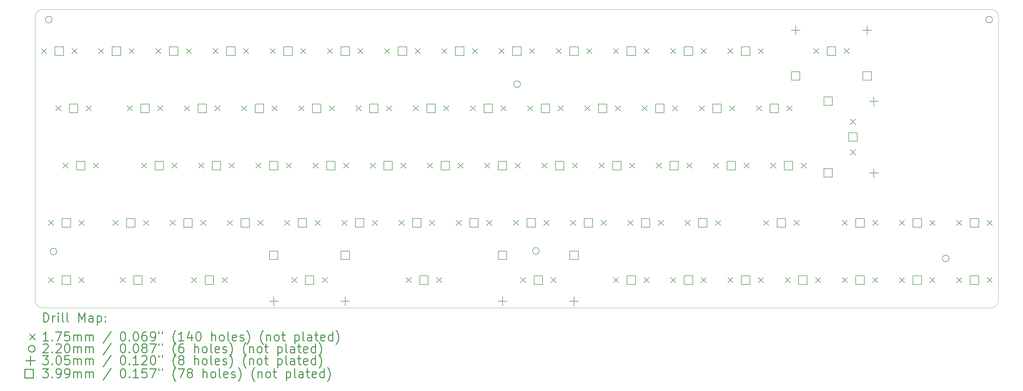
<source format=gbr>
%FSLAX45Y45*%
G04 Gerber Fmt 4.5, Leading zero omitted, Abs format (unit mm)*
G04 Created by KiCad (PCBNEW (5.1.9)-1) date 2021-05-27 03:15:53*
%MOMM*%
%LPD*%
G01*
G04 APERTURE LIST*
%TA.AperFunction,Profile*%
%ADD10C,0.100000*%
%TD*%
%ADD11C,0.200000*%
%ADD12C,0.300000*%
G04 APERTURE END LIST*
D10*
X6700000Y-19695000D02*
X38280000Y-19695000D01*
X38280000Y-9765000D02*
X6700000Y-9765000D01*
X38280000Y-9765000D02*
G75*
G02*
X38530000Y-10015000I0J-250000D01*
G01*
X6450000Y-19445000D02*
X6450000Y-10015000D01*
X6700000Y-19695000D02*
G75*
G02*
X6450000Y-19445000I0J250000D01*
G01*
X38530000Y-19445000D02*
G75*
G02*
X38280000Y-19695000I-250000J0D01*
G01*
X6450000Y-10015000D02*
G75*
G02*
X6700000Y-9765000I250000J0D01*
G01*
X38530000Y-19445000D02*
X38530000Y-10015000D01*
D11*
X6655420Y-11063412D02*
X6830420Y-11238412D01*
X6830420Y-11063412D02*
X6655420Y-11238412D01*
X6893545Y-16778412D02*
X7068545Y-16953412D01*
X7068545Y-16778412D02*
X6893545Y-16953412D01*
X6893545Y-18683412D02*
X7068545Y-18858412D01*
X7068545Y-18683412D02*
X6893545Y-18858412D01*
X7131670Y-12968412D02*
X7306670Y-13143412D01*
X7306670Y-12968412D02*
X7131670Y-13143412D01*
X7372920Y-14873412D02*
X7547920Y-15048412D01*
X7547920Y-14873412D02*
X7372920Y-15048412D01*
X7671420Y-11063412D02*
X7846420Y-11238412D01*
X7846420Y-11063412D02*
X7671420Y-11238412D01*
X7909545Y-16778412D02*
X8084545Y-16953412D01*
X8084545Y-16778412D02*
X7909545Y-16953412D01*
X7909545Y-18683412D02*
X8084545Y-18858412D01*
X8084545Y-18683412D02*
X7909545Y-18858412D01*
X8147670Y-12968412D02*
X8322670Y-13143412D01*
X8322670Y-12968412D02*
X8147670Y-13143412D01*
X8388920Y-14873412D02*
X8563920Y-15048412D01*
X8563920Y-14873412D02*
X8388920Y-15048412D01*
X8560420Y-11063412D02*
X8735420Y-11238412D01*
X8735420Y-11063412D02*
X8560420Y-11238412D01*
X9036670Y-16778412D02*
X9211670Y-16953412D01*
X9211670Y-16778412D02*
X9036670Y-16953412D01*
X9274795Y-18683412D02*
X9449795Y-18858412D01*
X9449795Y-18683412D02*
X9274795Y-18858412D01*
X9512920Y-12968412D02*
X9687920Y-13143412D01*
X9687920Y-12968412D02*
X9512920Y-13143412D01*
X9576420Y-11063412D02*
X9751420Y-11238412D01*
X9751420Y-11063412D02*
X9576420Y-11238412D01*
X9989170Y-14873412D02*
X10164170Y-15048412D01*
X10164170Y-14873412D02*
X9989170Y-15048412D01*
X10052670Y-16778412D02*
X10227670Y-16953412D01*
X10227670Y-16778412D02*
X10052670Y-16953412D01*
X10290795Y-18683412D02*
X10465795Y-18858412D01*
X10465795Y-18683412D02*
X10290795Y-18858412D01*
X10465420Y-11063412D02*
X10640420Y-11238412D01*
X10640420Y-11063412D02*
X10465420Y-11238412D01*
X10528920Y-12968412D02*
X10703920Y-13143412D01*
X10703920Y-12968412D02*
X10528920Y-13143412D01*
X10941670Y-16778412D02*
X11116670Y-16953412D01*
X11116670Y-16778412D02*
X10941670Y-16953412D01*
X11005170Y-14873412D02*
X11180170Y-15048412D01*
X11180170Y-14873412D02*
X11005170Y-15048412D01*
X11417920Y-12968412D02*
X11592920Y-13143412D01*
X11592920Y-12968412D02*
X11417920Y-13143412D01*
X11481420Y-11063412D02*
X11656420Y-11238412D01*
X11656420Y-11063412D02*
X11481420Y-11238412D01*
X11656045Y-18683412D02*
X11831045Y-18858412D01*
X11831045Y-18683412D02*
X11656045Y-18858412D01*
X11894170Y-14873412D02*
X12069170Y-15048412D01*
X12069170Y-14873412D02*
X11894170Y-15048412D01*
X11957670Y-16778412D02*
X12132670Y-16953412D01*
X12132670Y-16778412D02*
X11957670Y-16953412D01*
X12370420Y-11063412D02*
X12545420Y-11238412D01*
X12545420Y-11063412D02*
X12370420Y-11238412D01*
X12433920Y-12968412D02*
X12608920Y-13143412D01*
X12608920Y-12968412D02*
X12433920Y-13143412D01*
X12672045Y-18683412D02*
X12847045Y-18858412D01*
X12847045Y-18683412D02*
X12672045Y-18858412D01*
X12846670Y-16778412D02*
X13021670Y-16953412D01*
X13021670Y-16778412D02*
X12846670Y-16953412D01*
X12910170Y-14873412D02*
X13085170Y-15048412D01*
X13085170Y-14873412D02*
X12910170Y-15048412D01*
X13322920Y-12968412D02*
X13497920Y-13143412D01*
X13497920Y-12968412D02*
X13322920Y-13143412D01*
X13386420Y-11063412D02*
X13561420Y-11238412D01*
X13561420Y-11063412D02*
X13386420Y-11238412D01*
X13799170Y-14873412D02*
X13974170Y-15048412D01*
X13974170Y-14873412D02*
X13799170Y-15048412D01*
X13862670Y-16778412D02*
X14037670Y-16953412D01*
X14037670Y-16778412D02*
X13862670Y-16953412D01*
X14275420Y-11063412D02*
X14450420Y-11238412D01*
X14450420Y-11063412D02*
X14275420Y-11238412D01*
X14338920Y-12968412D02*
X14513920Y-13143412D01*
X14513920Y-12968412D02*
X14338920Y-13143412D01*
X14751670Y-16778412D02*
X14926670Y-16953412D01*
X14926670Y-16778412D02*
X14751670Y-16953412D01*
X14815170Y-14873412D02*
X14990170Y-15048412D01*
X14990170Y-14873412D02*
X14815170Y-15048412D01*
X14989795Y-18683412D02*
X15164795Y-18858412D01*
X15164795Y-18683412D02*
X14989795Y-18858412D01*
X15227920Y-12968412D02*
X15402920Y-13143412D01*
X15402920Y-12968412D02*
X15227920Y-13143412D01*
X15291420Y-11063412D02*
X15466420Y-11238412D01*
X15466420Y-11063412D02*
X15291420Y-11238412D01*
X15704170Y-14873412D02*
X15879170Y-15048412D01*
X15879170Y-14873412D02*
X15704170Y-15048412D01*
X15767670Y-16778412D02*
X15942670Y-16953412D01*
X15942670Y-16778412D02*
X15767670Y-16953412D01*
X16005795Y-18683412D02*
X16180795Y-18858412D01*
X16180795Y-18683412D02*
X16005795Y-18858412D01*
X16180420Y-11063412D02*
X16355420Y-11238412D01*
X16355420Y-11063412D02*
X16180420Y-11238412D01*
X16243920Y-12968412D02*
X16418920Y-13143412D01*
X16418920Y-12968412D02*
X16243920Y-13143412D01*
X16656670Y-16778412D02*
X16831670Y-16953412D01*
X16831670Y-16778412D02*
X16656670Y-16953412D01*
X16720170Y-14873412D02*
X16895170Y-15048412D01*
X16895170Y-14873412D02*
X16720170Y-15048412D01*
X17132920Y-12968412D02*
X17307920Y-13143412D01*
X17307920Y-12968412D02*
X17132920Y-13143412D01*
X17196420Y-11063412D02*
X17371420Y-11238412D01*
X17371420Y-11063412D02*
X17196420Y-11238412D01*
X17609170Y-14873412D02*
X17784170Y-15048412D01*
X17784170Y-14873412D02*
X17609170Y-15048412D01*
X17672670Y-16778412D02*
X17847670Y-16953412D01*
X17847670Y-16778412D02*
X17672670Y-16953412D01*
X18085420Y-11063412D02*
X18260420Y-11238412D01*
X18260420Y-11063412D02*
X18085420Y-11238412D01*
X18148920Y-12968412D02*
X18323920Y-13143412D01*
X18323920Y-12968412D02*
X18148920Y-13143412D01*
X18561670Y-16778412D02*
X18736670Y-16953412D01*
X18736670Y-16778412D02*
X18561670Y-16953412D01*
X18625170Y-14873412D02*
X18800170Y-15048412D01*
X18800170Y-14873412D02*
X18625170Y-15048412D01*
X18799795Y-18683412D02*
X18974795Y-18858412D01*
X18974795Y-18683412D02*
X18799795Y-18858412D01*
X19037920Y-12968412D02*
X19212920Y-13143412D01*
X19212920Y-12968412D02*
X19037920Y-13143412D01*
X19101420Y-11063412D02*
X19276420Y-11238412D01*
X19276420Y-11063412D02*
X19101420Y-11238412D01*
X19514170Y-14873412D02*
X19689170Y-15048412D01*
X19689170Y-14873412D02*
X19514170Y-15048412D01*
X19577670Y-16778412D02*
X19752670Y-16953412D01*
X19752670Y-16778412D02*
X19577670Y-16953412D01*
X19815795Y-18683412D02*
X19990795Y-18858412D01*
X19990795Y-18683412D02*
X19815795Y-18858412D01*
X19990420Y-11063412D02*
X20165420Y-11238412D01*
X20165420Y-11063412D02*
X19990420Y-11238412D01*
X20053920Y-12968412D02*
X20228920Y-13143412D01*
X20228920Y-12968412D02*
X20053920Y-13143412D01*
X20466670Y-16778412D02*
X20641670Y-16953412D01*
X20641670Y-16778412D02*
X20466670Y-16953412D01*
X20530170Y-14873412D02*
X20705170Y-15048412D01*
X20705170Y-14873412D02*
X20530170Y-15048412D01*
X20942920Y-12968412D02*
X21117920Y-13143412D01*
X21117920Y-12968412D02*
X20942920Y-13143412D01*
X21006420Y-11063412D02*
X21181420Y-11238412D01*
X21181420Y-11063412D02*
X21006420Y-11238412D01*
X21419170Y-14873412D02*
X21594170Y-15048412D01*
X21594170Y-14873412D02*
X21419170Y-15048412D01*
X21482670Y-16778412D02*
X21657670Y-16953412D01*
X21657670Y-16778412D02*
X21482670Y-16953412D01*
X21895420Y-11063412D02*
X22070420Y-11238412D01*
X22070420Y-11063412D02*
X21895420Y-11238412D01*
X21958920Y-12968412D02*
X22133920Y-13143412D01*
X22133920Y-12968412D02*
X21958920Y-13143412D01*
X22371670Y-16778412D02*
X22546670Y-16953412D01*
X22546670Y-16778412D02*
X22371670Y-16953412D01*
X22435170Y-14873412D02*
X22610170Y-15048412D01*
X22610170Y-14873412D02*
X22435170Y-15048412D01*
X22609795Y-18683412D02*
X22784795Y-18858412D01*
X22784795Y-18683412D02*
X22609795Y-18858412D01*
X22847920Y-12968412D02*
X23022920Y-13143412D01*
X23022920Y-12968412D02*
X22847920Y-13143412D01*
X22911420Y-11063412D02*
X23086420Y-11238412D01*
X23086420Y-11063412D02*
X22911420Y-11238412D01*
X23324170Y-14873412D02*
X23499170Y-15048412D01*
X23499170Y-14873412D02*
X23324170Y-15048412D01*
X23387670Y-16778412D02*
X23562670Y-16953412D01*
X23562670Y-16778412D02*
X23387670Y-16953412D01*
X23625795Y-18683412D02*
X23800795Y-18858412D01*
X23800795Y-18683412D02*
X23625795Y-18858412D01*
X23800420Y-11063412D02*
X23975420Y-11238412D01*
X23975420Y-11063412D02*
X23800420Y-11238412D01*
X23863920Y-12968412D02*
X24038920Y-13143412D01*
X24038920Y-12968412D02*
X23863920Y-13143412D01*
X24276670Y-16778412D02*
X24451670Y-16953412D01*
X24451670Y-16778412D02*
X24276670Y-16953412D01*
X24340170Y-14873412D02*
X24515170Y-15048412D01*
X24515170Y-14873412D02*
X24340170Y-15048412D01*
X24752920Y-12968412D02*
X24927920Y-13143412D01*
X24927920Y-12968412D02*
X24752920Y-13143412D01*
X24816420Y-11063412D02*
X24991420Y-11238412D01*
X24991420Y-11063412D02*
X24816420Y-11238412D01*
X25229170Y-14873412D02*
X25404170Y-15048412D01*
X25404170Y-14873412D02*
X25229170Y-15048412D01*
X25292670Y-16778412D02*
X25467670Y-16953412D01*
X25467670Y-16778412D02*
X25292670Y-16953412D01*
X25705420Y-11063412D02*
X25880420Y-11238412D01*
X25880420Y-11063412D02*
X25705420Y-11238412D01*
X25705420Y-18683412D02*
X25880420Y-18858412D01*
X25880420Y-18683412D02*
X25705420Y-18858412D01*
X25768920Y-12968412D02*
X25943920Y-13143412D01*
X25943920Y-12968412D02*
X25768920Y-13143412D01*
X26181670Y-16778412D02*
X26356670Y-16953412D01*
X26356670Y-16778412D02*
X26181670Y-16953412D01*
X26245170Y-14873412D02*
X26420170Y-15048412D01*
X26420170Y-14873412D02*
X26245170Y-15048412D01*
X26657920Y-12968412D02*
X26832920Y-13143412D01*
X26832920Y-12968412D02*
X26657920Y-13143412D01*
X26721420Y-11063412D02*
X26896420Y-11238412D01*
X26896420Y-11063412D02*
X26721420Y-11238412D01*
X26721420Y-18683412D02*
X26896420Y-18858412D01*
X26896420Y-18683412D02*
X26721420Y-18858412D01*
X27134170Y-14873412D02*
X27309170Y-15048412D01*
X27309170Y-14873412D02*
X27134170Y-15048412D01*
X27197670Y-16778412D02*
X27372670Y-16953412D01*
X27372670Y-16778412D02*
X27197670Y-16953412D01*
X27610420Y-11063412D02*
X27785420Y-11238412D01*
X27785420Y-11063412D02*
X27610420Y-11238412D01*
X27610420Y-18683412D02*
X27785420Y-18858412D01*
X27785420Y-18683412D02*
X27610420Y-18858412D01*
X27673920Y-12968412D02*
X27848920Y-13143412D01*
X27848920Y-12968412D02*
X27673920Y-13143412D01*
X28086670Y-16778412D02*
X28261670Y-16953412D01*
X28261670Y-16778412D02*
X28086670Y-16953412D01*
X28150170Y-14873412D02*
X28325170Y-15048412D01*
X28325170Y-14873412D02*
X28150170Y-15048412D01*
X28562920Y-12968412D02*
X28737920Y-13143412D01*
X28737920Y-12968412D02*
X28562920Y-13143412D01*
X28626420Y-11063412D02*
X28801420Y-11238412D01*
X28801420Y-11063412D02*
X28626420Y-11238412D01*
X28626420Y-18683412D02*
X28801420Y-18858412D01*
X28801420Y-18683412D02*
X28626420Y-18858412D01*
X29039170Y-14873412D02*
X29214170Y-15048412D01*
X29214170Y-14873412D02*
X29039170Y-15048412D01*
X29102670Y-16778412D02*
X29277670Y-16953412D01*
X29277670Y-16778412D02*
X29102670Y-16953412D01*
X29515420Y-11063412D02*
X29690420Y-11238412D01*
X29690420Y-11063412D02*
X29515420Y-11238412D01*
X29515420Y-18683412D02*
X29690420Y-18858412D01*
X29690420Y-18683412D02*
X29515420Y-18858412D01*
X29578920Y-12968412D02*
X29753920Y-13143412D01*
X29753920Y-12968412D02*
X29578920Y-13143412D01*
X30055170Y-14873412D02*
X30230170Y-15048412D01*
X30230170Y-14873412D02*
X30055170Y-15048412D01*
X30467920Y-12968412D02*
X30642920Y-13143412D01*
X30642920Y-12968412D02*
X30467920Y-13143412D01*
X30531420Y-11063412D02*
X30706420Y-11238412D01*
X30706420Y-11063412D02*
X30531420Y-11238412D01*
X30531420Y-18683412D02*
X30706420Y-18858412D01*
X30706420Y-18683412D02*
X30531420Y-18858412D01*
X30707920Y-16778412D02*
X30882920Y-16953412D01*
X30882920Y-16778412D02*
X30707920Y-16953412D01*
X30944170Y-14873412D02*
X31119170Y-15048412D01*
X31119170Y-14873412D02*
X30944170Y-15048412D01*
X31420420Y-18683412D02*
X31595420Y-18858412D01*
X31595420Y-18683412D02*
X31420420Y-18858412D01*
X31483920Y-12968412D02*
X31658920Y-13143412D01*
X31658920Y-12968412D02*
X31483920Y-13143412D01*
X31723920Y-16778412D02*
X31898920Y-16953412D01*
X31898920Y-16778412D02*
X31723920Y-16953412D01*
X31960170Y-14873412D02*
X32135170Y-15048412D01*
X32135170Y-14873412D02*
X31960170Y-15048412D01*
X32372920Y-11063412D02*
X32547920Y-11238412D01*
X32547920Y-11063412D02*
X32372920Y-11238412D01*
X32436420Y-18683412D02*
X32611420Y-18858412D01*
X32611420Y-18683412D02*
X32436420Y-18858412D01*
X33325420Y-16778412D02*
X33500420Y-16953412D01*
X33500420Y-16778412D02*
X33325420Y-16953412D01*
X33325420Y-18683412D02*
X33500420Y-18858412D01*
X33500420Y-18683412D02*
X33325420Y-18858412D01*
X33388920Y-11063412D02*
X33563920Y-11238412D01*
X33563920Y-11063412D02*
X33388920Y-11238412D01*
X33595920Y-13412912D02*
X33770920Y-13587912D01*
X33770920Y-13412912D02*
X33595920Y-13587912D01*
X33595920Y-14428912D02*
X33770920Y-14603912D01*
X33770920Y-14428912D02*
X33595920Y-14603912D01*
X34341420Y-16778412D02*
X34516420Y-16953412D01*
X34516420Y-16778412D02*
X34341420Y-16953412D01*
X34341420Y-18683412D02*
X34516420Y-18858412D01*
X34516420Y-18683412D02*
X34341420Y-18858412D01*
X35230420Y-16778412D02*
X35405420Y-16953412D01*
X35405420Y-16778412D02*
X35230420Y-16953412D01*
X35230420Y-18683412D02*
X35405420Y-18858412D01*
X35405420Y-18683412D02*
X35230420Y-18858412D01*
X36246420Y-16778412D02*
X36421420Y-16953412D01*
X36421420Y-16778412D02*
X36246420Y-16953412D01*
X36246420Y-18683412D02*
X36421420Y-18858412D01*
X36421420Y-18683412D02*
X36246420Y-18858412D01*
X37135420Y-16778412D02*
X37310420Y-16953412D01*
X37310420Y-16778412D02*
X37135420Y-16953412D01*
X37135420Y-18683412D02*
X37310420Y-18858412D01*
X37310420Y-18683412D02*
X37135420Y-18858412D01*
X38151420Y-16778412D02*
X38326420Y-16953412D01*
X38326420Y-16778412D02*
X38151420Y-16953412D01*
X38151420Y-18683412D02*
X38326420Y-18858412D01*
X38326420Y-18683412D02*
X38151420Y-18858412D01*
X7010000Y-10100000D02*
G75*
G03*
X7010000Y-10100000I-110000J0D01*
G01*
X7170000Y-17820000D02*
G75*
G03*
X7170000Y-17820000I-110000J0D01*
G01*
X22610000Y-12250000D02*
G75*
G03*
X22610000Y-12250000I-110000J0D01*
G01*
X23235000Y-17800000D02*
G75*
G03*
X23235000Y-17800000I-110000J0D01*
G01*
X36885000Y-18050000D02*
G75*
G03*
X36885000Y-18050000I-110000J0D01*
G01*
X38330000Y-10100000D02*
G75*
G03*
X38330000Y-10100000I-110000J0D01*
G01*
X14394670Y-19317012D02*
X14394670Y-19621812D01*
X14242270Y-19469412D02*
X14547070Y-19469412D01*
X16775920Y-19317012D02*
X16775920Y-19621812D01*
X16623520Y-19469412D02*
X16928320Y-19469412D01*
X22014670Y-19317012D02*
X22014670Y-19621812D01*
X21862270Y-19469412D02*
X22167070Y-19469412D01*
X24395920Y-19317012D02*
X24395920Y-19621812D01*
X24243520Y-19469412D02*
X24548320Y-19469412D01*
X31777795Y-10300012D02*
X31777795Y-10604812D01*
X31625395Y-10452412D02*
X31930195Y-10452412D01*
X34159045Y-10300012D02*
X34159045Y-10604812D01*
X34006645Y-10452412D02*
X34311445Y-10452412D01*
X34381920Y-12662212D02*
X34381920Y-12967012D01*
X34229520Y-12814612D02*
X34534320Y-12814612D01*
X34381920Y-15049812D02*
X34381920Y-15354612D01*
X34229520Y-15202212D02*
X34534320Y-15202212D01*
X7391911Y-11291903D02*
X7391911Y-11009921D01*
X7109929Y-11009921D01*
X7109929Y-11291903D01*
X7391911Y-11291903D01*
X7630036Y-17006903D02*
X7630036Y-16724921D01*
X7348054Y-16724921D01*
X7348054Y-17006903D01*
X7630036Y-17006903D01*
X7630036Y-18911903D02*
X7630036Y-18629921D01*
X7348054Y-18629921D01*
X7348054Y-18911903D01*
X7630036Y-18911903D01*
X7868161Y-13196903D02*
X7868161Y-12914921D01*
X7586179Y-12914921D01*
X7586179Y-13196903D01*
X7868161Y-13196903D01*
X8109411Y-15101903D02*
X8109411Y-14819921D01*
X7827429Y-14819921D01*
X7827429Y-15101903D01*
X8109411Y-15101903D01*
X9296911Y-11291903D02*
X9296911Y-11009921D01*
X9014929Y-11009921D01*
X9014929Y-11291903D01*
X9296911Y-11291903D01*
X9773161Y-17006903D02*
X9773161Y-16724921D01*
X9491179Y-16724921D01*
X9491179Y-17006903D01*
X9773161Y-17006903D01*
X10011286Y-18911903D02*
X10011286Y-18629921D01*
X9729304Y-18629921D01*
X9729304Y-18911903D01*
X10011286Y-18911903D01*
X10249411Y-13196903D02*
X10249411Y-12914921D01*
X9967429Y-12914921D01*
X9967429Y-13196903D01*
X10249411Y-13196903D01*
X10725661Y-15101903D02*
X10725661Y-14819921D01*
X10443679Y-14819921D01*
X10443679Y-15101903D01*
X10725661Y-15101903D01*
X11201911Y-11291903D02*
X11201911Y-11009921D01*
X10919929Y-11009921D01*
X10919929Y-11291903D01*
X11201911Y-11291903D01*
X11678161Y-17006903D02*
X11678161Y-16724921D01*
X11396179Y-16724921D01*
X11396179Y-17006903D01*
X11678161Y-17006903D01*
X12154411Y-13196903D02*
X12154411Y-12914921D01*
X11872429Y-12914921D01*
X11872429Y-13196903D01*
X12154411Y-13196903D01*
X12392536Y-18911903D02*
X12392536Y-18629921D01*
X12110554Y-18629921D01*
X12110554Y-18911903D01*
X12392536Y-18911903D01*
X12630661Y-15101903D02*
X12630661Y-14819921D01*
X12348679Y-14819921D01*
X12348679Y-15101903D01*
X12630661Y-15101903D01*
X13106911Y-11291903D02*
X13106911Y-11009921D01*
X12824929Y-11009921D01*
X12824929Y-11291903D01*
X13106911Y-11291903D01*
X13583161Y-17006903D02*
X13583161Y-16724921D01*
X13301179Y-16724921D01*
X13301179Y-17006903D01*
X13583161Y-17006903D01*
X14059411Y-13196903D02*
X14059411Y-12914921D01*
X13777429Y-12914921D01*
X13777429Y-13196903D01*
X14059411Y-13196903D01*
X14535661Y-15101903D02*
X14535661Y-14819921D01*
X14253679Y-14819921D01*
X14253679Y-15101903D01*
X14535661Y-15101903D01*
X14535661Y-18086403D02*
X14535661Y-17804421D01*
X14253679Y-17804421D01*
X14253679Y-18086403D01*
X14535661Y-18086403D01*
X15011911Y-11291903D02*
X15011911Y-11009921D01*
X14729929Y-11009921D01*
X14729929Y-11291903D01*
X15011911Y-11291903D01*
X15488161Y-17006903D02*
X15488161Y-16724921D01*
X15206179Y-16724921D01*
X15206179Y-17006903D01*
X15488161Y-17006903D01*
X15726286Y-18911903D02*
X15726286Y-18629921D01*
X15444304Y-18629921D01*
X15444304Y-18911903D01*
X15726286Y-18911903D01*
X15964411Y-13196903D02*
X15964411Y-12914921D01*
X15682429Y-12914921D01*
X15682429Y-13196903D01*
X15964411Y-13196903D01*
X16440661Y-15101903D02*
X16440661Y-14819921D01*
X16158679Y-14819921D01*
X16158679Y-15101903D01*
X16440661Y-15101903D01*
X16916911Y-11291903D02*
X16916911Y-11009921D01*
X16634929Y-11009921D01*
X16634929Y-11291903D01*
X16916911Y-11291903D01*
X16916911Y-18086403D02*
X16916911Y-17804421D01*
X16634929Y-17804421D01*
X16634929Y-18086403D01*
X16916911Y-18086403D01*
X17393161Y-17006903D02*
X17393161Y-16724921D01*
X17111179Y-16724921D01*
X17111179Y-17006903D01*
X17393161Y-17006903D01*
X17869411Y-13196903D02*
X17869411Y-12914921D01*
X17587429Y-12914921D01*
X17587429Y-13196903D01*
X17869411Y-13196903D01*
X18345661Y-15101903D02*
X18345661Y-14819921D01*
X18063679Y-14819921D01*
X18063679Y-15101903D01*
X18345661Y-15101903D01*
X18821911Y-11291903D02*
X18821911Y-11009921D01*
X18539929Y-11009921D01*
X18539929Y-11291903D01*
X18821911Y-11291903D01*
X19298161Y-17006903D02*
X19298161Y-16724921D01*
X19016179Y-16724921D01*
X19016179Y-17006903D01*
X19298161Y-17006903D01*
X19536286Y-18911903D02*
X19536286Y-18629921D01*
X19254304Y-18629921D01*
X19254304Y-18911903D01*
X19536286Y-18911903D01*
X19774411Y-13196903D02*
X19774411Y-12914921D01*
X19492429Y-12914921D01*
X19492429Y-13196903D01*
X19774411Y-13196903D01*
X20250661Y-15101903D02*
X20250661Y-14819921D01*
X19968679Y-14819921D01*
X19968679Y-15101903D01*
X20250661Y-15101903D01*
X20726911Y-11291903D02*
X20726911Y-11009921D01*
X20444929Y-11009921D01*
X20444929Y-11291903D01*
X20726911Y-11291903D01*
X21203161Y-17006903D02*
X21203161Y-16724921D01*
X20921179Y-16724921D01*
X20921179Y-17006903D01*
X21203161Y-17006903D01*
X21679411Y-13196903D02*
X21679411Y-12914921D01*
X21397429Y-12914921D01*
X21397429Y-13196903D01*
X21679411Y-13196903D01*
X22155661Y-15101903D02*
X22155661Y-14819921D01*
X21873679Y-14819921D01*
X21873679Y-15101903D01*
X22155661Y-15101903D01*
X22155661Y-18086403D02*
X22155661Y-17804421D01*
X21873679Y-17804421D01*
X21873679Y-18086403D01*
X22155661Y-18086403D01*
X22631911Y-11291903D02*
X22631911Y-11009921D01*
X22349929Y-11009921D01*
X22349929Y-11291903D01*
X22631911Y-11291903D01*
X23108161Y-17006903D02*
X23108161Y-16724921D01*
X22826179Y-16724921D01*
X22826179Y-17006903D01*
X23108161Y-17006903D01*
X23346286Y-18911903D02*
X23346286Y-18629921D01*
X23064304Y-18629921D01*
X23064304Y-18911903D01*
X23346286Y-18911903D01*
X23584411Y-13196903D02*
X23584411Y-12914921D01*
X23302429Y-12914921D01*
X23302429Y-13196903D01*
X23584411Y-13196903D01*
X24060661Y-15101903D02*
X24060661Y-14819921D01*
X23778679Y-14819921D01*
X23778679Y-15101903D01*
X24060661Y-15101903D01*
X24536911Y-11291903D02*
X24536911Y-11009921D01*
X24254929Y-11009921D01*
X24254929Y-11291903D01*
X24536911Y-11291903D01*
X24536911Y-18086403D02*
X24536911Y-17804421D01*
X24254929Y-17804421D01*
X24254929Y-18086403D01*
X24536911Y-18086403D01*
X25013161Y-17006903D02*
X25013161Y-16724921D01*
X24731179Y-16724921D01*
X24731179Y-17006903D01*
X25013161Y-17006903D01*
X25489411Y-13196903D02*
X25489411Y-12914921D01*
X25207429Y-12914921D01*
X25207429Y-13196903D01*
X25489411Y-13196903D01*
X25965661Y-15101903D02*
X25965661Y-14819921D01*
X25683679Y-14819921D01*
X25683679Y-15101903D01*
X25965661Y-15101903D01*
X26441911Y-11291903D02*
X26441911Y-11009921D01*
X26159929Y-11009921D01*
X26159929Y-11291903D01*
X26441911Y-11291903D01*
X26441911Y-18911903D02*
X26441911Y-18629921D01*
X26159929Y-18629921D01*
X26159929Y-18911903D01*
X26441911Y-18911903D01*
X26918161Y-17006903D02*
X26918161Y-16724921D01*
X26636179Y-16724921D01*
X26636179Y-17006903D01*
X26918161Y-17006903D01*
X27394411Y-13196903D02*
X27394411Y-12914921D01*
X27112429Y-12914921D01*
X27112429Y-13196903D01*
X27394411Y-13196903D01*
X27870661Y-15101903D02*
X27870661Y-14819921D01*
X27588679Y-14819921D01*
X27588679Y-15101903D01*
X27870661Y-15101903D01*
X28346911Y-11291903D02*
X28346911Y-11009921D01*
X28064929Y-11009921D01*
X28064929Y-11291903D01*
X28346911Y-11291903D01*
X28346911Y-18911903D02*
X28346911Y-18629921D01*
X28064929Y-18629921D01*
X28064929Y-18911903D01*
X28346911Y-18911903D01*
X28823161Y-17006903D02*
X28823161Y-16724921D01*
X28541179Y-16724921D01*
X28541179Y-17006903D01*
X28823161Y-17006903D01*
X29299411Y-13196903D02*
X29299411Y-12914921D01*
X29017429Y-12914921D01*
X29017429Y-13196903D01*
X29299411Y-13196903D01*
X29775661Y-15101903D02*
X29775661Y-14819921D01*
X29493679Y-14819921D01*
X29493679Y-15101903D01*
X29775661Y-15101903D01*
X30251911Y-11291903D02*
X30251911Y-11009921D01*
X29969929Y-11009921D01*
X29969929Y-11291903D01*
X30251911Y-11291903D01*
X30251911Y-18911903D02*
X30251911Y-18629921D01*
X29969929Y-18629921D01*
X29969929Y-18911903D01*
X30251911Y-18911903D01*
X31204411Y-13196903D02*
X31204411Y-12914921D01*
X30922429Y-12914921D01*
X30922429Y-13196903D01*
X31204411Y-13196903D01*
X31444411Y-17006903D02*
X31444411Y-16724921D01*
X31162429Y-16724921D01*
X31162429Y-17006903D01*
X31444411Y-17006903D01*
X31680661Y-15101903D02*
X31680661Y-14819921D01*
X31398679Y-14819921D01*
X31398679Y-15101903D01*
X31680661Y-15101903D01*
X31918786Y-12117403D02*
X31918786Y-11835421D01*
X31636804Y-11835421D01*
X31636804Y-12117403D01*
X31918786Y-12117403D01*
X32156911Y-18911903D02*
X32156911Y-18629921D01*
X31874929Y-18629921D01*
X31874929Y-18911903D01*
X32156911Y-18911903D01*
X32998911Y-12955603D02*
X32998911Y-12673621D01*
X32716929Y-12673621D01*
X32716929Y-12955603D01*
X32998911Y-12955603D01*
X32998911Y-15343203D02*
X32998911Y-15061221D01*
X32716929Y-15061221D01*
X32716929Y-15343203D01*
X32998911Y-15343203D01*
X33109411Y-11291903D02*
X33109411Y-11009921D01*
X32827429Y-11009921D01*
X32827429Y-11291903D01*
X33109411Y-11291903D01*
X33824411Y-14149403D02*
X33824411Y-13867421D01*
X33542429Y-13867421D01*
X33542429Y-14149403D01*
X33824411Y-14149403D01*
X34061911Y-17006903D02*
X34061911Y-16724921D01*
X33779929Y-16724921D01*
X33779929Y-17006903D01*
X34061911Y-17006903D01*
X34061911Y-18911903D02*
X34061911Y-18629921D01*
X33779929Y-18629921D01*
X33779929Y-18911903D01*
X34061911Y-18911903D01*
X34300036Y-12117403D02*
X34300036Y-11835421D01*
X34018054Y-11835421D01*
X34018054Y-12117403D01*
X34300036Y-12117403D01*
X35966911Y-17006903D02*
X35966911Y-16724921D01*
X35684929Y-16724921D01*
X35684929Y-17006903D01*
X35966911Y-17006903D01*
X35966911Y-18911903D02*
X35966911Y-18629921D01*
X35684929Y-18629921D01*
X35684929Y-18911903D01*
X35966911Y-18911903D01*
X37871911Y-17006903D02*
X37871911Y-16724921D01*
X37589929Y-16724921D01*
X37589929Y-17006903D01*
X37871911Y-17006903D01*
X37871911Y-18911903D02*
X37871911Y-18629921D01*
X37589929Y-18629921D01*
X37589929Y-18911903D01*
X37871911Y-18911903D01*
D12*
X6731428Y-20165714D02*
X6731428Y-19865714D01*
X6802857Y-19865714D01*
X6845714Y-19880000D01*
X6874286Y-19908572D01*
X6888571Y-19937143D01*
X6902857Y-19994286D01*
X6902857Y-20037143D01*
X6888571Y-20094286D01*
X6874286Y-20122857D01*
X6845714Y-20151429D01*
X6802857Y-20165714D01*
X6731428Y-20165714D01*
X7031428Y-20165714D02*
X7031428Y-19965714D01*
X7031428Y-20022857D02*
X7045714Y-19994286D01*
X7060000Y-19980000D01*
X7088571Y-19965714D01*
X7117143Y-19965714D01*
X7217143Y-20165714D02*
X7217143Y-19965714D01*
X7217143Y-19865714D02*
X7202857Y-19880000D01*
X7217143Y-19894286D01*
X7231428Y-19880000D01*
X7217143Y-19865714D01*
X7217143Y-19894286D01*
X7402857Y-20165714D02*
X7374286Y-20151429D01*
X7360000Y-20122857D01*
X7360000Y-19865714D01*
X7560000Y-20165714D02*
X7531428Y-20151429D01*
X7517143Y-20122857D01*
X7517143Y-19865714D01*
X7902857Y-20165714D02*
X7902857Y-19865714D01*
X8002857Y-20080000D01*
X8102857Y-19865714D01*
X8102857Y-20165714D01*
X8374286Y-20165714D02*
X8374286Y-20008572D01*
X8360000Y-19980000D01*
X8331428Y-19965714D01*
X8274286Y-19965714D01*
X8245714Y-19980000D01*
X8374286Y-20151429D02*
X8345714Y-20165714D01*
X8274286Y-20165714D01*
X8245714Y-20151429D01*
X8231428Y-20122857D01*
X8231428Y-20094286D01*
X8245714Y-20065714D01*
X8274286Y-20051429D01*
X8345714Y-20051429D01*
X8374286Y-20037143D01*
X8517143Y-19965714D02*
X8517143Y-20265714D01*
X8517143Y-19980000D02*
X8545714Y-19965714D01*
X8602857Y-19965714D01*
X8631428Y-19980000D01*
X8645714Y-19994286D01*
X8660000Y-20022857D01*
X8660000Y-20108572D01*
X8645714Y-20137143D01*
X8631428Y-20151429D01*
X8602857Y-20165714D01*
X8545714Y-20165714D01*
X8517143Y-20151429D01*
X8788571Y-20137143D02*
X8802857Y-20151429D01*
X8788571Y-20165714D01*
X8774286Y-20151429D01*
X8788571Y-20137143D01*
X8788571Y-20165714D01*
X8788571Y-19980000D02*
X8802857Y-19994286D01*
X8788571Y-20008572D01*
X8774286Y-19994286D01*
X8788571Y-19980000D01*
X8788571Y-20008572D01*
X6270000Y-20572500D02*
X6445000Y-20747500D01*
X6445000Y-20572500D02*
X6270000Y-20747500D01*
X6888571Y-20795714D02*
X6717143Y-20795714D01*
X6802857Y-20795714D02*
X6802857Y-20495714D01*
X6774286Y-20538572D01*
X6745714Y-20567143D01*
X6717143Y-20581429D01*
X7017143Y-20767143D02*
X7031428Y-20781429D01*
X7017143Y-20795714D01*
X7002857Y-20781429D01*
X7017143Y-20767143D01*
X7017143Y-20795714D01*
X7131428Y-20495714D02*
X7331428Y-20495714D01*
X7202857Y-20795714D01*
X7588571Y-20495714D02*
X7445714Y-20495714D01*
X7431428Y-20638572D01*
X7445714Y-20624286D01*
X7474286Y-20610000D01*
X7545714Y-20610000D01*
X7574286Y-20624286D01*
X7588571Y-20638572D01*
X7602857Y-20667143D01*
X7602857Y-20738572D01*
X7588571Y-20767143D01*
X7574286Y-20781429D01*
X7545714Y-20795714D01*
X7474286Y-20795714D01*
X7445714Y-20781429D01*
X7431428Y-20767143D01*
X7731428Y-20795714D02*
X7731428Y-20595714D01*
X7731428Y-20624286D02*
X7745714Y-20610000D01*
X7774286Y-20595714D01*
X7817143Y-20595714D01*
X7845714Y-20610000D01*
X7860000Y-20638572D01*
X7860000Y-20795714D01*
X7860000Y-20638572D02*
X7874286Y-20610000D01*
X7902857Y-20595714D01*
X7945714Y-20595714D01*
X7974286Y-20610000D01*
X7988571Y-20638572D01*
X7988571Y-20795714D01*
X8131428Y-20795714D02*
X8131428Y-20595714D01*
X8131428Y-20624286D02*
X8145714Y-20610000D01*
X8174286Y-20595714D01*
X8217143Y-20595714D01*
X8245714Y-20610000D01*
X8260000Y-20638572D01*
X8260000Y-20795714D01*
X8260000Y-20638572D02*
X8274286Y-20610000D01*
X8302857Y-20595714D01*
X8345714Y-20595714D01*
X8374286Y-20610000D01*
X8388571Y-20638572D01*
X8388571Y-20795714D01*
X8974286Y-20481429D02*
X8717143Y-20867143D01*
X9360000Y-20495714D02*
X9388571Y-20495714D01*
X9417143Y-20510000D01*
X9431428Y-20524286D01*
X9445714Y-20552857D01*
X9460000Y-20610000D01*
X9460000Y-20681429D01*
X9445714Y-20738572D01*
X9431428Y-20767143D01*
X9417143Y-20781429D01*
X9388571Y-20795714D01*
X9360000Y-20795714D01*
X9331428Y-20781429D01*
X9317143Y-20767143D01*
X9302857Y-20738572D01*
X9288571Y-20681429D01*
X9288571Y-20610000D01*
X9302857Y-20552857D01*
X9317143Y-20524286D01*
X9331428Y-20510000D01*
X9360000Y-20495714D01*
X9588571Y-20767143D02*
X9602857Y-20781429D01*
X9588571Y-20795714D01*
X9574286Y-20781429D01*
X9588571Y-20767143D01*
X9588571Y-20795714D01*
X9788571Y-20495714D02*
X9817143Y-20495714D01*
X9845714Y-20510000D01*
X9860000Y-20524286D01*
X9874286Y-20552857D01*
X9888571Y-20610000D01*
X9888571Y-20681429D01*
X9874286Y-20738572D01*
X9860000Y-20767143D01*
X9845714Y-20781429D01*
X9817143Y-20795714D01*
X9788571Y-20795714D01*
X9760000Y-20781429D01*
X9745714Y-20767143D01*
X9731428Y-20738572D01*
X9717143Y-20681429D01*
X9717143Y-20610000D01*
X9731428Y-20552857D01*
X9745714Y-20524286D01*
X9760000Y-20510000D01*
X9788571Y-20495714D01*
X10145714Y-20495714D02*
X10088571Y-20495714D01*
X10060000Y-20510000D01*
X10045714Y-20524286D01*
X10017143Y-20567143D01*
X10002857Y-20624286D01*
X10002857Y-20738572D01*
X10017143Y-20767143D01*
X10031428Y-20781429D01*
X10060000Y-20795714D01*
X10117143Y-20795714D01*
X10145714Y-20781429D01*
X10160000Y-20767143D01*
X10174286Y-20738572D01*
X10174286Y-20667143D01*
X10160000Y-20638572D01*
X10145714Y-20624286D01*
X10117143Y-20610000D01*
X10060000Y-20610000D01*
X10031428Y-20624286D01*
X10017143Y-20638572D01*
X10002857Y-20667143D01*
X10317143Y-20795714D02*
X10374286Y-20795714D01*
X10402857Y-20781429D01*
X10417143Y-20767143D01*
X10445714Y-20724286D01*
X10460000Y-20667143D01*
X10460000Y-20552857D01*
X10445714Y-20524286D01*
X10431428Y-20510000D01*
X10402857Y-20495714D01*
X10345714Y-20495714D01*
X10317143Y-20510000D01*
X10302857Y-20524286D01*
X10288571Y-20552857D01*
X10288571Y-20624286D01*
X10302857Y-20652857D01*
X10317143Y-20667143D01*
X10345714Y-20681429D01*
X10402857Y-20681429D01*
X10431428Y-20667143D01*
X10445714Y-20652857D01*
X10460000Y-20624286D01*
X10574286Y-20495714D02*
X10574286Y-20552857D01*
X10688571Y-20495714D02*
X10688571Y-20552857D01*
X11131428Y-20910000D02*
X11117143Y-20895714D01*
X11088571Y-20852857D01*
X11074286Y-20824286D01*
X11060000Y-20781429D01*
X11045714Y-20710000D01*
X11045714Y-20652857D01*
X11060000Y-20581429D01*
X11074286Y-20538572D01*
X11088571Y-20510000D01*
X11117143Y-20467143D01*
X11131428Y-20452857D01*
X11402857Y-20795714D02*
X11231428Y-20795714D01*
X11317143Y-20795714D02*
X11317143Y-20495714D01*
X11288571Y-20538572D01*
X11260000Y-20567143D01*
X11231428Y-20581429D01*
X11660000Y-20595714D02*
X11660000Y-20795714D01*
X11588571Y-20481429D02*
X11517143Y-20695714D01*
X11702857Y-20695714D01*
X11874286Y-20495714D02*
X11902857Y-20495714D01*
X11931428Y-20510000D01*
X11945714Y-20524286D01*
X11960000Y-20552857D01*
X11974286Y-20610000D01*
X11974286Y-20681429D01*
X11960000Y-20738572D01*
X11945714Y-20767143D01*
X11931428Y-20781429D01*
X11902857Y-20795714D01*
X11874286Y-20795714D01*
X11845714Y-20781429D01*
X11831428Y-20767143D01*
X11817143Y-20738572D01*
X11802857Y-20681429D01*
X11802857Y-20610000D01*
X11817143Y-20552857D01*
X11831428Y-20524286D01*
X11845714Y-20510000D01*
X11874286Y-20495714D01*
X12331428Y-20795714D02*
X12331428Y-20495714D01*
X12460000Y-20795714D02*
X12460000Y-20638572D01*
X12445714Y-20610000D01*
X12417143Y-20595714D01*
X12374286Y-20595714D01*
X12345714Y-20610000D01*
X12331428Y-20624286D01*
X12645714Y-20795714D02*
X12617143Y-20781429D01*
X12602857Y-20767143D01*
X12588571Y-20738572D01*
X12588571Y-20652857D01*
X12602857Y-20624286D01*
X12617143Y-20610000D01*
X12645714Y-20595714D01*
X12688571Y-20595714D01*
X12717143Y-20610000D01*
X12731428Y-20624286D01*
X12745714Y-20652857D01*
X12745714Y-20738572D01*
X12731428Y-20767143D01*
X12717143Y-20781429D01*
X12688571Y-20795714D01*
X12645714Y-20795714D01*
X12917143Y-20795714D02*
X12888571Y-20781429D01*
X12874286Y-20752857D01*
X12874286Y-20495714D01*
X13145714Y-20781429D02*
X13117143Y-20795714D01*
X13060000Y-20795714D01*
X13031428Y-20781429D01*
X13017143Y-20752857D01*
X13017143Y-20638572D01*
X13031428Y-20610000D01*
X13060000Y-20595714D01*
X13117143Y-20595714D01*
X13145714Y-20610000D01*
X13160000Y-20638572D01*
X13160000Y-20667143D01*
X13017143Y-20695714D01*
X13274286Y-20781429D02*
X13302857Y-20795714D01*
X13360000Y-20795714D01*
X13388571Y-20781429D01*
X13402857Y-20752857D01*
X13402857Y-20738572D01*
X13388571Y-20710000D01*
X13360000Y-20695714D01*
X13317143Y-20695714D01*
X13288571Y-20681429D01*
X13274286Y-20652857D01*
X13274286Y-20638572D01*
X13288571Y-20610000D01*
X13317143Y-20595714D01*
X13360000Y-20595714D01*
X13388571Y-20610000D01*
X13502857Y-20910000D02*
X13517143Y-20895714D01*
X13545714Y-20852857D01*
X13560000Y-20824286D01*
X13574286Y-20781429D01*
X13588571Y-20710000D01*
X13588571Y-20652857D01*
X13574286Y-20581429D01*
X13560000Y-20538572D01*
X13545714Y-20510000D01*
X13517143Y-20467143D01*
X13502857Y-20452857D01*
X14045714Y-20910000D02*
X14031428Y-20895714D01*
X14002857Y-20852857D01*
X13988571Y-20824286D01*
X13974286Y-20781429D01*
X13960000Y-20710000D01*
X13960000Y-20652857D01*
X13974286Y-20581429D01*
X13988571Y-20538572D01*
X14002857Y-20510000D01*
X14031428Y-20467143D01*
X14045714Y-20452857D01*
X14160000Y-20595714D02*
X14160000Y-20795714D01*
X14160000Y-20624286D02*
X14174286Y-20610000D01*
X14202857Y-20595714D01*
X14245714Y-20595714D01*
X14274286Y-20610000D01*
X14288571Y-20638572D01*
X14288571Y-20795714D01*
X14474286Y-20795714D02*
X14445714Y-20781429D01*
X14431428Y-20767143D01*
X14417143Y-20738572D01*
X14417143Y-20652857D01*
X14431428Y-20624286D01*
X14445714Y-20610000D01*
X14474286Y-20595714D01*
X14517143Y-20595714D01*
X14545714Y-20610000D01*
X14560000Y-20624286D01*
X14574286Y-20652857D01*
X14574286Y-20738572D01*
X14560000Y-20767143D01*
X14545714Y-20781429D01*
X14517143Y-20795714D01*
X14474286Y-20795714D01*
X14660000Y-20595714D02*
X14774286Y-20595714D01*
X14702857Y-20495714D02*
X14702857Y-20752857D01*
X14717143Y-20781429D01*
X14745714Y-20795714D01*
X14774286Y-20795714D01*
X15102857Y-20595714D02*
X15102857Y-20895714D01*
X15102857Y-20610000D02*
X15131428Y-20595714D01*
X15188571Y-20595714D01*
X15217143Y-20610000D01*
X15231428Y-20624286D01*
X15245714Y-20652857D01*
X15245714Y-20738572D01*
X15231428Y-20767143D01*
X15217143Y-20781429D01*
X15188571Y-20795714D01*
X15131428Y-20795714D01*
X15102857Y-20781429D01*
X15417143Y-20795714D02*
X15388571Y-20781429D01*
X15374286Y-20752857D01*
X15374286Y-20495714D01*
X15660000Y-20795714D02*
X15660000Y-20638572D01*
X15645714Y-20610000D01*
X15617143Y-20595714D01*
X15560000Y-20595714D01*
X15531428Y-20610000D01*
X15660000Y-20781429D02*
X15631428Y-20795714D01*
X15560000Y-20795714D01*
X15531428Y-20781429D01*
X15517143Y-20752857D01*
X15517143Y-20724286D01*
X15531428Y-20695714D01*
X15560000Y-20681429D01*
X15631428Y-20681429D01*
X15660000Y-20667143D01*
X15760000Y-20595714D02*
X15874286Y-20595714D01*
X15802857Y-20495714D02*
X15802857Y-20752857D01*
X15817143Y-20781429D01*
X15845714Y-20795714D01*
X15874286Y-20795714D01*
X16088571Y-20781429D02*
X16060000Y-20795714D01*
X16002857Y-20795714D01*
X15974286Y-20781429D01*
X15960000Y-20752857D01*
X15960000Y-20638572D01*
X15974286Y-20610000D01*
X16002857Y-20595714D01*
X16060000Y-20595714D01*
X16088571Y-20610000D01*
X16102857Y-20638572D01*
X16102857Y-20667143D01*
X15960000Y-20695714D01*
X16360000Y-20795714D02*
X16360000Y-20495714D01*
X16360000Y-20781429D02*
X16331428Y-20795714D01*
X16274286Y-20795714D01*
X16245714Y-20781429D01*
X16231428Y-20767143D01*
X16217143Y-20738572D01*
X16217143Y-20652857D01*
X16231428Y-20624286D01*
X16245714Y-20610000D01*
X16274286Y-20595714D01*
X16331428Y-20595714D01*
X16360000Y-20610000D01*
X16474286Y-20910000D02*
X16488571Y-20895714D01*
X16517143Y-20852857D01*
X16531428Y-20824286D01*
X16545714Y-20781429D01*
X16560000Y-20710000D01*
X16560000Y-20652857D01*
X16545714Y-20581429D01*
X16531428Y-20538572D01*
X16517143Y-20510000D01*
X16488571Y-20467143D01*
X16474286Y-20452857D01*
X6445000Y-21056000D02*
G75*
G03*
X6445000Y-21056000I-110000J0D01*
G01*
X6717143Y-20920286D02*
X6731428Y-20906000D01*
X6760000Y-20891714D01*
X6831428Y-20891714D01*
X6860000Y-20906000D01*
X6874286Y-20920286D01*
X6888571Y-20948857D01*
X6888571Y-20977429D01*
X6874286Y-21020286D01*
X6702857Y-21191714D01*
X6888571Y-21191714D01*
X7017143Y-21163143D02*
X7031428Y-21177429D01*
X7017143Y-21191714D01*
X7002857Y-21177429D01*
X7017143Y-21163143D01*
X7017143Y-21191714D01*
X7145714Y-20920286D02*
X7160000Y-20906000D01*
X7188571Y-20891714D01*
X7260000Y-20891714D01*
X7288571Y-20906000D01*
X7302857Y-20920286D01*
X7317143Y-20948857D01*
X7317143Y-20977429D01*
X7302857Y-21020286D01*
X7131428Y-21191714D01*
X7317143Y-21191714D01*
X7502857Y-20891714D02*
X7531428Y-20891714D01*
X7560000Y-20906000D01*
X7574286Y-20920286D01*
X7588571Y-20948857D01*
X7602857Y-21006000D01*
X7602857Y-21077429D01*
X7588571Y-21134572D01*
X7574286Y-21163143D01*
X7560000Y-21177429D01*
X7531428Y-21191714D01*
X7502857Y-21191714D01*
X7474286Y-21177429D01*
X7460000Y-21163143D01*
X7445714Y-21134572D01*
X7431428Y-21077429D01*
X7431428Y-21006000D01*
X7445714Y-20948857D01*
X7460000Y-20920286D01*
X7474286Y-20906000D01*
X7502857Y-20891714D01*
X7731428Y-21191714D02*
X7731428Y-20991714D01*
X7731428Y-21020286D02*
X7745714Y-21006000D01*
X7774286Y-20991714D01*
X7817143Y-20991714D01*
X7845714Y-21006000D01*
X7860000Y-21034572D01*
X7860000Y-21191714D01*
X7860000Y-21034572D02*
X7874286Y-21006000D01*
X7902857Y-20991714D01*
X7945714Y-20991714D01*
X7974286Y-21006000D01*
X7988571Y-21034572D01*
X7988571Y-21191714D01*
X8131428Y-21191714D02*
X8131428Y-20991714D01*
X8131428Y-21020286D02*
X8145714Y-21006000D01*
X8174286Y-20991714D01*
X8217143Y-20991714D01*
X8245714Y-21006000D01*
X8260000Y-21034572D01*
X8260000Y-21191714D01*
X8260000Y-21034572D02*
X8274286Y-21006000D01*
X8302857Y-20991714D01*
X8345714Y-20991714D01*
X8374286Y-21006000D01*
X8388571Y-21034572D01*
X8388571Y-21191714D01*
X8974286Y-20877429D02*
X8717143Y-21263143D01*
X9360000Y-20891714D02*
X9388571Y-20891714D01*
X9417143Y-20906000D01*
X9431428Y-20920286D01*
X9445714Y-20948857D01*
X9460000Y-21006000D01*
X9460000Y-21077429D01*
X9445714Y-21134572D01*
X9431428Y-21163143D01*
X9417143Y-21177429D01*
X9388571Y-21191714D01*
X9360000Y-21191714D01*
X9331428Y-21177429D01*
X9317143Y-21163143D01*
X9302857Y-21134572D01*
X9288571Y-21077429D01*
X9288571Y-21006000D01*
X9302857Y-20948857D01*
X9317143Y-20920286D01*
X9331428Y-20906000D01*
X9360000Y-20891714D01*
X9588571Y-21163143D02*
X9602857Y-21177429D01*
X9588571Y-21191714D01*
X9574286Y-21177429D01*
X9588571Y-21163143D01*
X9588571Y-21191714D01*
X9788571Y-20891714D02*
X9817143Y-20891714D01*
X9845714Y-20906000D01*
X9860000Y-20920286D01*
X9874286Y-20948857D01*
X9888571Y-21006000D01*
X9888571Y-21077429D01*
X9874286Y-21134572D01*
X9860000Y-21163143D01*
X9845714Y-21177429D01*
X9817143Y-21191714D01*
X9788571Y-21191714D01*
X9760000Y-21177429D01*
X9745714Y-21163143D01*
X9731428Y-21134572D01*
X9717143Y-21077429D01*
X9717143Y-21006000D01*
X9731428Y-20948857D01*
X9745714Y-20920286D01*
X9760000Y-20906000D01*
X9788571Y-20891714D01*
X10060000Y-21020286D02*
X10031428Y-21006000D01*
X10017143Y-20991714D01*
X10002857Y-20963143D01*
X10002857Y-20948857D01*
X10017143Y-20920286D01*
X10031428Y-20906000D01*
X10060000Y-20891714D01*
X10117143Y-20891714D01*
X10145714Y-20906000D01*
X10160000Y-20920286D01*
X10174286Y-20948857D01*
X10174286Y-20963143D01*
X10160000Y-20991714D01*
X10145714Y-21006000D01*
X10117143Y-21020286D01*
X10060000Y-21020286D01*
X10031428Y-21034572D01*
X10017143Y-21048857D01*
X10002857Y-21077429D01*
X10002857Y-21134572D01*
X10017143Y-21163143D01*
X10031428Y-21177429D01*
X10060000Y-21191714D01*
X10117143Y-21191714D01*
X10145714Y-21177429D01*
X10160000Y-21163143D01*
X10174286Y-21134572D01*
X10174286Y-21077429D01*
X10160000Y-21048857D01*
X10145714Y-21034572D01*
X10117143Y-21020286D01*
X10274286Y-20891714D02*
X10474286Y-20891714D01*
X10345714Y-21191714D01*
X10574286Y-20891714D02*
X10574286Y-20948857D01*
X10688571Y-20891714D02*
X10688571Y-20948857D01*
X11131428Y-21306000D02*
X11117143Y-21291714D01*
X11088571Y-21248857D01*
X11074286Y-21220286D01*
X11060000Y-21177429D01*
X11045714Y-21106000D01*
X11045714Y-21048857D01*
X11060000Y-20977429D01*
X11074286Y-20934572D01*
X11088571Y-20906000D01*
X11117143Y-20863143D01*
X11131428Y-20848857D01*
X11374286Y-20891714D02*
X11317143Y-20891714D01*
X11288571Y-20906000D01*
X11274286Y-20920286D01*
X11245714Y-20963143D01*
X11231428Y-21020286D01*
X11231428Y-21134572D01*
X11245714Y-21163143D01*
X11260000Y-21177429D01*
X11288571Y-21191714D01*
X11345714Y-21191714D01*
X11374286Y-21177429D01*
X11388571Y-21163143D01*
X11402857Y-21134572D01*
X11402857Y-21063143D01*
X11388571Y-21034572D01*
X11374286Y-21020286D01*
X11345714Y-21006000D01*
X11288571Y-21006000D01*
X11260000Y-21020286D01*
X11245714Y-21034572D01*
X11231428Y-21063143D01*
X11760000Y-21191714D02*
X11760000Y-20891714D01*
X11888571Y-21191714D02*
X11888571Y-21034572D01*
X11874286Y-21006000D01*
X11845714Y-20991714D01*
X11802857Y-20991714D01*
X11774286Y-21006000D01*
X11760000Y-21020286D01*
X12074286Y-21191714D02*
X12045714Y-21177429D01*
X12031428Y-21163143D01*
X12017143Y-21134572D01*
X12017143Y-21048857D01*
X12031428Y-21020286D01*
X12045714Y-21006000D01*
X12074286Y-20991714D01*
X12117143Y-20991714D01*
X12145714Y-21006000D01*
X12160000Y-21020286D01*
X12174286Y-21048857D01*
X12174286Y-21134572D01*
X12160000Y-21163143D01*
X12145714Y-21177429D01*
X12117143Y-21191714D01*
X12074286Y-21191714D01*
X12345714Y-21191714D02*
X12317143Y-21177429D01*
X12302857Y-21148857D01*
X12302857Y-20891714D01*
X12574286Y-21177429D02*
X12545714Y-21191714D01*
X12488571Y-21191714D01*
X12460000Y-21177429D01*
X12445714Y-21148857D01*
X12445714Y-21034572D01*
X12460000Y-21006000D01*
X12488571Y-20991714D01*
X12545714Y-20991714D01*
X12574286Y-21006000D01*
X12588571Y-21034572D01*
X12588571Y-21063143D01*
X12445714Y-21091714D01*
X12702857Y-21177429D02*
X12731428Y-21191714D01*
X12788571Y-21191714D01*
X12817143Y-21177429D01*
X12831428Y-21148857D01*
X12831428Y-21134572D01*
X12817143Y-21106000D01*
X12788571Y-21091714D01*
X12745714Y-21091714D01*
X12717143Y-21077429D01*
X12702857Y-21048857D01*
X12702857Y-21034572D01*
X12717143Y-21006000D01*
X12745714Y-20991714D01*
X12788571Y-20991714D01*
X12817143Y-21006000D01*
X12931428Y-21306000D02*
X12945714Y-21291714D01*
X12974286Y-21248857D01*
X12988571Y-21220286D01*
X13002857Y-21177429D01*
X13017143Y-21106000D01*
X13017143Y-21048857D01*
X13002857Y-20977429D01*
X12988571Y-20934572D01*
X12974286Y-20906000D01*
X12945714Y-20863143D01*
X12931428Y-20848857D01*
X13474286Y-21306000D02*
X13460000Y-21291714D01*
X13431428Y-21248857D01*
X13417143Y-21220286D01*
X13402857Y-21177429D01*
X13388571Y-21106000D01*
X13388571Y-21048857D01*
X13402857Y-20977429D01*
X13417143Y-20934572D01*
X13431428Y-20906000D01*
X13460000Y-20863143D01*
X13474286Y-20848857D01*
X13588571Y-20991714D02*
X13588571Y-21191714D01*
X13588571Y-21020286D02*
X13602857Y-21006000D01*
X13631428Y-20991714D01*
X13674286Y-20991714D01*
X13702857Y-21006000D01*
X13717143Y-21034572D01*
X13717143Y-21191714D01*
X13902857Y-21191714D02*
X13874286Y-21177429D01*
X13860000Y-21163143D01*
X13845714Y-21134572D01*
X13845714Y-21048857D01*
X13860000Y-21020286D01*
X13874286Y-21006000D01*
X13902857Y-20991714D01*
X13945714Y-20991714D01*
X13974286Y-21006000D01*
X13988571Y-21020286D01*
X14002857Y-21048857D01*
X14002857Y-21134572D01*
X13988571Y-21163143D01*
X13974286Y-21177429D01*
X13945714Y-21191714D01*
X13902857Y-21191714D01*
X14088571Y-20991714D02*
X14202857Y-20991714D01*
X14131428Y-20891714D02*
X14131428Y-21148857D01*
X14145714Y-21177429D01*
X14174286Y-21191714D01*
X14202857Y-21191714D01*
X14531428Y-20991714D02*
X14531428Y-21291714D01*
X14531428Y-21006000D02*
X14560000Y-20991714D01*
X14617143Y-20991714D01*
X14645714Y-21006000D01*
X14660000Y-21020286D01*
X14674286Y-21048857D01*
X14674286Y-21134572D01*
X14660000Y-21163143D01*
X14645714Y-21177429D01*
X14617143Y-21191714D01*
X14560000Y-21191714D01*
X14531428Y-21177429D01*
X14845714Y-21191714D02*
X14817143Y-21177429D01*
X14802857Y-21148857D01*
X14802857Y-20891714D01*
X15088571Y-21191714D02*
X15088571Y-21034572D01*
X15074286Y-21006000D01*
X15045714Y-20991714D01*
X14988571Y-20991714D01*
X14960000Y-21006000D01*
X15088571Y-21177429D02*
X15060000Y-21191714D01*
X14988571Y-21191714D01*
X14960000Y-21177429D01*
X14945714Y-21148857D01*
X14945714Y-21120286D01*
X14960000Y-21091714D01*
X14988571Y-21077429D01*
X15060000Y-21077429D01*
X15088571Y-21063143D01*
X15188571Y-20991714D02*
X15302857Y-20991714D01*
X15231428Y-20891714D02*
X15231428Y-21148857D01*
X15245714Y-21177429D01*
X15274286Y-21191714D01*
X15302857Y-21191714D01*
X15517143Y-21177429D02*
X15488571Y-21191714D01*
X15431428Y-21191714D01*
X15402857Y-21177429D01*
X15388571Y-21148857D01*
X15388571Y-21034572D01*
X15402857Y-21006000D01*
X15431428Y-20991714D01*
X15488571Y-20991714D01*
X15517143Y-21006000D01*
X15531428Y-21034572D01*
X15531428Y-21063143D01*
X15388571Y-21091714D01*
X15788571Y-21191714D02*
X15788571Y-20891714D01*
X15788571Y-21177429D02*
X15760000Y-21191714D01*
X15702857Y-21191714D01*
X15674286Y-21177429D01*
X15660000Y-21163143D01*
X15645714Y-21134572D01*
X15645714Y-21048857D01*
X15660000Y-21020286D01*
X15674286Y-21006000D01*
X15702857Y-20991714D01*
X15760000Y-20991714D01*
X15788571Y-21006000D01*
X15902857Y-21306000D02*
X15917143Y-21291714D01*
X15945714Y-21248857D01*
X15960000Y-21220286D01*
X15974286Y-21177429D01*
X15988571Y-21106000D01*
X15988571Y-21048857D01*
X15974286Y-20977429D01*
X15960000Y-20934572D01*
X15945714Y-20906000D01*
X15917143Y-20863143D01*
X15902857Y-20848857D01*
X6292600Y-21299600D02*
X6292600Y-21604400D01*
X6140200Y-21452000D02*
X6445000Y-21452000D01*
X6702857Y-21287714D02*
X6888571Y-21287714D01*
X6788571Y-21402000D01*
X6831428Y-21402000D01*
X6860000Y-21416286D01*
X6874286Y-21430572D01*
X6888571Y-21459143D01*
X6888571Y-21530572D01*
X6874286Y-21559143D01*
X6860000Y-21573429D01*
X6831428Y-21587714D01*
X6745714Y-21587714D01*
X6717143Y-21573429D01*
X6702857Y-21559143D01*
X7017143Y-21559143D02*
X7031428Y-21573429D01*
X7017143Y-21587714D01*
X7002857Y-21573429D01*
X7017143Y-21559143D01*
X7017143Y-21587714D01*
X7217143Y-21287714D02*
X7245714Y-21287714D01*
X7274286Y-21302000D01*
X7288571Y-21316286D01*
X7302857Y-21344857D01*
X7317143Y-21402000D01*
X7317143Y-21473429D01*
X7302857Y-21530572D01*
X7288571Y-21559143D01*
X7274286Y-21573429D01*
X7245714Y-21587714D01*
X7217143Y-21587714D01*
X7188571Y-21573429D01*
X7174286Y-21559143D01*
X7160000Y-21530572D01*
X7145714Y-21473429D01*
X7145714Y-21402000D01*
X7160000Y-21344857D01*
X7174286Y-21316286D01*
X7188571Y-21302000D01*
X7217143Y-21287714D01*
X7588571Y-21287714D02*
X7445714Y-21287714D01*
X7431428Y-21430572D01*
X7445714Y-21416286D01*
X7474286Y-21402000D01*
X7545714Y-21402000D01*
X7574286Y-21416286D01*
X7588571Y-21430572D01*
X7602857Y-21459143D01*
X7602857Y-21530572D01*
X7588571Y-21559143D01*
X7574286Y-21573429D01*
X7545714Y-21587714D01*
X7474286Y-21587714D01*
X7445714Y-21573429D01*
X7431428Y-21559143D01*
X7731428Y-21587714D02*
X7731428Y-21387714D01*
X7731428Y-21416286D02*
X7745714Y-21402000D01*
X7774286Y-21387714D01*
X7817143Y-21387714D01*
X7845714Y-21402000D01*
X7860000Y-21430572D01*
X7860000Y-21587714D01*
X7860000Y-21430572D02*
X7874286Y-21402000D01*
X7902857Y-21387714D01*
X7945714Y-21387714D01*
X7974286Y-21402000D01*
X7988571Y-21430572D01*
X7988571Y-21587714D01*
X8131428Y-21587714D02*
X8131428Y-21387714D01*
X8131428Y-21416286D02*
X8145714Y-21402000D01*
X8174286Y-21387714D01*
X8217143Y-21387714D01*
X8245714Y-21402000D01*
X8260000Y-21430572D01*
X8260000Y-21587714D01*
X8260000Y-21430572D02*
X8274286Y-21402000D01*
X8302857Y-21387714D01*
X8345714Y-21387714D01*
X8374286Y-21402000D01*
X8388571Y-21430572D01*
X8388571Y-21587714D01*
X8974286Y-21273429D02*
X8717143Y-21659143D01*
X9360000Y-21287714D02*
X9388571Y-21287714D01*
X9417143Y-21302000D01*
X9431428Y-21316286D01*
X9445714Y-21344857D01*
X9460000Y-21402000D01*
X9460000Y-21473429D01*
X9445714Y-21530572D01*
X9431428Y-21559143D01*
X9417143Y-21573429D01*
X9388571Y-21587714D01*
X9360000Y-21587714D01*
X9331428Y-21573429D01*
X9317143Y-21559143D01*
X9302857Y-21530572D01*
X9288571Y-21473429D01*
X9288571Y-21402000D01*
X9302857Y-21344857D01*
X9317143Y-21316286D01*
X9331428Y-21302000D01*
X9360000Y-21287714D01*
X9588571Y-21559143D02*
X9602857Y-21573429D01*
X9588571Y-21587714D01*
X9574286Y-21573429D01*
X9588571Y-21559143D01*
X9588571Y-21587714D01*
X9888571Y-21587714D02*
X9717143Y-21587714D01*
X9802857Y-21587714D02*
X9802857Y-21287714D01*
X9774286Y-21330572D01*
X9745714Y-21359143D01*
X9717143Y-21373429D01*
X10002857Y-21316286D02*
X10017143Y-21302000D01*
X10045714Y-21287714D01*
X10117143Y-21287714D01*
X10145714Y-21302000D01*
X10160000Y-21316286D01*
X10174286Y-21344857D01*
X10174286Y-21373429D01*
X10160000Y-21416286D01*
X9988571Y-21587714D01*
X10174286Y-21587714D01*
X10360000Y-21287714D02*
X10388571Y-21287714D01*
X10417143Y-21302000D01*
X10431428Y-21316286D01*
X10445714Y-21344857D01*
X10460000Y-21402000D01*
X10460000Y-21473429D01*
X10445714Y-21530572D01*
X10431428Y-21559143D01*
X10417143Y-21573429D01*
X10388571Y-21587714D01*
X10360000Y-21587714D01*
X10331428Y-21573429D01*
X10317143Y-21559143D01*
X10302857Y-21530572D01*
X10288571Y-21473429D01*
X10288571Y-21402000D01*
X10302857Y-21344857D01*
X10317143Y-21316286D01*
X10331428Y-21302000D01*
X10360000Y-21287714D01*
X10574286Y-21287714D02*
X10574286Y-21344857D01*
X10688571Y-21287714D02*
X10688571Y-21344857D01*
X11131428Y-21702000D02*
X11117143Y-21687714D01*
X11088571Y-21644857D01*
X11074286Y-21616286D01*
X11060000Y-21573429D01*
X11045714Y-21502000D01*
X11045714Y-21444857D01*
X11060000Y-21373429D01*
X11074286Y-21330572D01*
X11088571Y-21302000D01*
X11117143Y-21259143D01*
X11131428Y-21244857D01*
X11288571Y-21416286D02*
X11260000Y-21402000D01*
X11245714Y-21387714D01*
X11231428Y-21359143D01*
X11231428Y-21344857D01*
X11245714Y-21316286D01*
X11260000Y-21302000D01*
X11288571Y-21287714D01*
X11345714Y-21287714D01*
X11374286Y-21302000D01*
X11388571Y-21316286D01*
X11402857Y-21344857D01*
X11402857Y-21359143D01*
X11388571Y-21387714D01*
X11374286Y-21402000D01*
X11345714Y-21416286D01*
X11288571Y-21416286D01*
X11260000Y-21430572D01*
X11245714Y-21444857D01*
X11231428Y-21473429D01*
X11231428Y-21530572D01*
X11245714Y-21559143D01*
X11260000Y-21573429D01*
X11288571Y-21587714D01*
X11345714Y-21587714D01*
X11374286Y-21573429D01*
X11388571Y-21559143D01*
X11402857Y-21530572D01*
X11402857Y-21473429D01*
X11388571Y-21444857D01*
X11374286Y-21430572D01*
X11345714Y-21416286D01*
X11760000Y-21587714D02*
X11760000Y-21287714D01*
X11888571Y-21587714D02*
X11888571Y-21430572D01*
X11874286Y-21402000D01*
X11845714Y-21387714D01*
X11802857Y-21387714D01*
X11774286Y-21402000D01*
X11760000Y-21416286D01*
X12074286Y-21587714D02*
X12045714Y-21573429D01*
X12031428Y-21559143D01*
X12017143Y-21530572D01*
X12017143Y-21444857D01*
X12031428Y-21416286D01*
X12045714Y-21402000D01*
X12074286Y-21387714D01*
X12117143Y-21387714D01*
X12145714Y-21402000D01*
X12160000Y-21416286D01*
X12174286Y-21444857D01*
X12174286Y-21530572D01*
X12160000Y-21559143D01*
X12145714Y-21573429D01*
X12117143Y-21587714D01*
X12074286Y-21587714D01*
X12345714Y-21587714D02*
X12317143Y-21573429D01*
X12302857Y-21544857D01*
X12302857Y-21287714D01*
X12574286Y-21573429D02*
X12545714Y-21587714D01*
X12488571Y-21587714D01*
X12460000Y-21573429D01*
X12445714Y-21544857D01*
X12445714Y-21430572D01*
X12460000Y-21402000D01*
X12488571Y-21387714D01*
X12545714Y-21387714D01*
X12574286Y-21402000D01*
X12588571Y-21430572D01*
X12588571Y-21459143D01*
X12445714Y-21487714D01*
X12702857Y-21573429D02*
X12731428Y-21587714D01*
X12788571Y-21587714D01*
X12817143Y-21573429D01*
X12831428Y-21544857D01*
X12831428Y-21530572D01*
X12817143Y-21502000D01*
X12788571Y-21487714D01*
X12745714Y-21487714D01*
X12717143Y-21473429D01*
X12702857Y-21444857D01*
X12702857Y-21430572D01*
X12717143Y-21402000D01*
X12745714Y-21387714D01*
X12788571Y-21387714D01*
X12817143Y-21402000D01*
X12931428Y-21702000D02*
X12945714Y-21687714D01*
X12974286Y-21644857D01*
X12988571Y-21616286D01*
X13002857Y-21573429D01*
X13017143Y-21502000D01*
X13017143Y-21444857D01*
X13002857Y-21373429D01*
X12988571Y-21330572D01*
X12974286Y-21302000D01*
X12945714Y-21259143D01*
X12931428Y-21244857D01*
X13474286Y-21702000D02*
X13460000Y-21687714D01*
X13431428Y-21644857D01*
X13417143Y-21616286D01*
X13402857Y-21573429D01*
X13388571Y-21502000D01*
X13388571Y-21444857D01*
X13402857Y-21373429D01*
X13417143Y-21330572D01*
X13431428Y-21302000D01*
X13460000Y-21259143D01*
X13474286Y-21244857D01*
X13588571Y-21387714D02*
X13588571Y-21587714D01*
X13588571Y-21416286D02*
X13602857Y-21402000D01*
X13631428Y-21387714D01*
X13674286Y-21387714D01*
X13702857Y-21402000D01*
X13717143Y-21430572D01*
X13717143Y-21587714D01*
X13902857Y-21587714D02*
X13874286Y-21573429D01*
X13860000Y-21559143D01*
X13845714Y-21530572D01*
X13845714Y-21444857D01*
X13860000Y-21416286D01*
X13874286Y-21402000D01*
X13902857Y-21387714D01*
X13945714Y-21387714D01*
X13974286Y-21402000D01*
X13988571Y-21416286D01*
X14002857Y-21444857D01*
X14002857Y-21530572D01*
X13988571Y-21559143D01*
X13974286Y-21573429D01*
X13945714Y-21587714D01*
X13902857Y-21587714D01*
X14088571Y-21387714D02*
X14202857Y-21387714D01*
X14131428Y-21287714D02*
X14131428Y-21544857D01*
X14145714Y-21573429D01*
X14174286Y-21587714D01*
X14202857Y-21587714D01*
X14531428Y-21387714D02*
X14531428Y-21687714D01*
X14531428Y-21402000D02*
X14560000Y-21387714D01*
X14617143Y-21387714D01*
X14645714Y-21402000D01*
X14660000Y-21416286D01*
X14674286Y-21444857D01*
X14674286Y-21530572D01*
X14660000Y-21559143D01*
X14645714Y-21573429D01*
X14617143Y-21587714D01*
X14560000Y-21587714D01*
X14531428Y-21573429D01*
X14845714Y-21587714D02*
X14817143Y-21573429D01*
X14802857Y-21544857D01*
X14802857Y-21287714D01*
X15088571Y-21587714D02*
X15088571Y-21430572D01*
X15074286Y-21402000D01*
X15045714Y-21387714D01*
X14988571Y-21387714D01*
X14960000Y-21402000D01*
X15088571Y-21573429D02*
X15060000Y-21587714D01*
X14988571Y-21587714D01*
X14960000Y-21573429D01*
X14945714Y-21544857D01*
X14945714Y-21516286D01*
X14960000Y-21487714D01*
X14988571Y-21473429D01*
X15060000Y-21473429D01*
X15088571Y-21459143D01*
X15188571Y-21387714D02*
X15302857Y-21387714D01*
X15231428Y-21287714D02*
X15231428Y-21544857D01*
X15245714Y-21573429D01*
X15274286Y-21587714D01*
X15302857Y-21587714D01*
X15517143Y-21573429D02*
X15488571Y-21587714D01*
X15431428Y-21587714D01*
X15402857Y-21573429D01*
X15388571Y-21544857D01*
X15388571Y-21430572D01*
X15402857Y-21402000D01*
X15431428Y-21387714D01*
X15488571Y-21387714D01*
X15517143Y-21402000D01*
X15531428Y-21430572D01*
X15531428Y-21459143D01*
X15388571Y-21487714D01*
X15788571Y-21587714D02*
X15788571Y-21287714D01*
X15788571Y-21573429D02*
X15760000Y-21587714D01*
X15702857Y-21587714D01*
X15674286Y-21573429D01*
X15660000Y-21559143D01*
X15645714Y-21530572D01*
X15645714Y-21444857D01*
X15660000Y-21416286D01*
X15674286Y-21402000D01*
X15702857Y-21387714D01*
X15760000Y-21387714D01*
X15788571Y-21402000D01*
X15902857Y-21702000D02*
X15917143Y-21687714D01*
X15945714Y-21644857D01*
X15960000Y-21616286D01*
X15974286Y-21573429D01*
X15988571Y-21502000D01*
X15988571Y-21444857D01*
X15974286Y-21373429D01*
X15960000Y-21330572D01*
X15945714Y-21302000D01*
X15917143Y-21259143D01*
X15902857Y-21244857D01*
X6386601Y-22027792D02*
X6386601Y-21745809D01*
X6104618Y-21745809D01*
X6104618Y-22027792D01*
X6386601Y-22027792D01*
X6702857Y-21722514D02*
X6888571Y-21722514D01*
X6788571Y-21836800D01*
X6831428Y-21836800D01*
X6860000Y-21851086D01*
X6874286Y-21865372D01*
X6888571Y-21893943D01*
X6888571Y-21965372D01*
X6874286Y-21993943D01*
X6860000Y-22008229D01*
X6831428Y-22022514D01*
X6745714Y-22022514D01*
X6717143Y-22008229D01*
X6702857Y-21993943D01*
X7017143Y-21993943D02*
X7031428Y-22008229D01*
X7017143Y-22022514D01*
X7002857Y-22008229D01*
X7017143Y-21993943D01*
X7017143Y-22022514D01*
X7174286Y-22022514D02*
X7231428Y-22022514D01*
X7260000Y-22008229D01*
X7274286Y-21993943D01*
X7302857Y-21951086D01*
X7317143Y-21893943D01*
X7317143Y-21779657D01*
X7302857Y-21751086D01*
X7288571Y-21736800D01*
X7260000Y-21722514D01*
X7202857Y-21722514D01*
X7174286Y-21736800D01*
X7160000Y-21751086D01*
X7145714Y-21779657D01*
X7145714Y-21851086D01*
X7160000Y-21879657D01*
X7174286Y-21893943D01*
X7202857Y-21908229D01*
X7260000Y-21908229D01*
X7288571Y-21893943D01*
X7302857Y-21879657D01*
X7317143Y-21851086D01*
X7460000Y-22022514D02*
X7517143Y-22022514D01*
X7545714Y-22008229D01*
X7560000Y-21993943D01*
X7588571Y-21951086D01*
X7602857Y-21893943D01*
X7602857Y-21779657D01*
X7588571Y-21751086D01*
X7574286Y-21736800D01*
X7545714Y-21722514D01*
X7488571Y-21722514D01*
X7460000Y-21736800D01*
X7445714Y-21751086D01*
X7431428Y-21779657D01*
X7431428Y-21851086D01*
X7445714Y-21879657D01*
X7460000Y-21893943D01*
X7488571Y-21908229D01*
X7545714Y-21908229D01*
X7574286Y-21893943D01*
X7588571Y-21879657D01*
X7602857Y-21851086D01*
X7731428Y-22022514D02*
X7731428Y-21822514D01*
X7731428Y-21851086D02*
X7745714Y-21836800D01*
X7774286Y-21822514D01*
X7817143Y-21822514D01*
X7845714Y-21836800D01*
X7860000Y-21865372D01*
X7860000Y-22022514D01*
X7860000Y-21865372D02*
X7874286Y-21836800D01*
X7902857Y-21822514D01*
X7945714Y-21822514D01*
X7974286Y-21836800D01*
X7988571Y-21865372D01*
X7988571Y-22022514D01*
X8131428Y-22022514D02*
X8131428Y-21822514D01*
X8131428Y-21851086D02*
X8145714Y-21836800D01*
X8174286Y-21822514D01*
X8217143Y-21822514D01*
X8245714Y-21836800D01*
X8260000Y-21865372D01*
X8260000Y-22022514D01*
X8260000Y-21865372D02*
X8274286Y-21836800D01*
X8302857Y-21822514D01*
X8345714Y-21822514D01*
X8374286Y-21836800D01*
X8388571Y-21865372D01*
X8388571Y-22022514D01*
X8974286Y-21708229D02*
X8717143Y-22093943D01*
X9360000Y-21722514D02*
X9388571Y-21722514D01*
X9417143Y-21736800D01*
X9431428Y-21751086D01*
X9445714Y-21779657D01*
X9460000Y-21836800D01*
X9460000Y-21908229D01*
X9445714Y-21965372D01*
X9431428Y-21993943D01*
X9417143Y-22008229D01*
X9388571Y-22022514D01*
X9360000Y-22022514D01*
X9331428Y-22008229D01*
X9317143Y-21993943D01*
X9302857Y-21965372D01*
X9288571Y-21908229D01*
X9288571Y-21836800D01*
X9302857Y-21779657D01*
X9317143Y-21751086D01*
X9331428Y-21736800D01*
X9360000Y-21722514D01*
X9588571Y-21993943D02*
X9602857Y-22008229D01*
X9588571Y-22022514D01*
X9574286Y-22008229D01*
X9588571Y-21993943D01*
X9588571Y-22022514D01*
X9888571Y-22022514D02*
X9717143Y-22022514D01*
X9802857Y-22022514D02*
X9802857Y-21722514D01*
X9774286Y-21765372D01*
X9745714Y-21793943D01*
X9717143Y-21808229D01*
X10160000Y-21722514D02*
X10017143Y-21722514D01*
X10002857Y-21865372D01*
X10017143Y-21851086D01*
X10045714Y-21836800D01*
X10117143Y-21836800D01*
X10145714Y-21851086D01*
X10160000Y-21865372D01*
X10174286Y-21893943D01*
X10174286Y-21965372D01*
X10160000Y-21993943D01*
X10145714Y-22008229D01*
X10117143Y-22022514D01*
X10045714Y-22022514D01*
X10017143Y-22008229D01*
X10002857Y-21993943D01*
X10274286Y-21722514D02*
X10474286Y-21722514D01*
X10345714Y-22022514D01*
X10574286Y-21722514D02*
X10574286Y-21779657D01*
X10688571Y-21722514D02*
X10688571Y-21779657D01*
X11131428Y-22136800D02*
X11117143Y-22122514D01*
X11088571Y-22079657D01*
X11074286Y-22051086D01*
X11060000Y-22008229D01*
X11045714Y-21936800D01*
X11045714Y-21879657D01*
X11060000Y-21808229D01*
X11074286Y-21765372D01*
X11088571Y-21736800D01*
X11117143Y-21693943D01*
X11131428Y-21679657D01*
X11217143Y-21722514D02*
X11417143Y-21722514D01*
X11288571Y-22022514D01*
X11574286Y-21851086D02*
X11545714Y-21836800D01*
X11531428Y-21822514D01*
X11517143Y-21793943D01*
X11517143Y-21779657D01*
X11531428Y-21751086D01*
X11545714Y-21736800D01*
X11574286Y-21722514D01*
X11631428Y-21722514D01*
X11660000Y-21736800D01*
X11674286Y-21751086D01*
X11688571Y-21779657D01*
X11688571Y-21793943D01*
X11674286Y-21822514D01*
X11660000Y-21836800D01*
X11631428Y-21851086D01*
X11574286Y-21851086D01*
X11545714Y-21865372D01*
X11531428Y-21879657D01*
X11517143Y-21908229D01*
X11517143Y-21965372D01*
X11531428Y-21993943D01*
X11545714Y-22008229D01*
X11574286Y-22022514D01*
X11631428Y-22022514D01*
X11660000Y-22008229D01*
X11674286Y-21993943D01*
X11688571Y-21965372D01*
X11688571Y-21908229D01*
X11674286Y-21879657D01*
X11660000Y-21865372D01*
X11631428Y-21851086D01*
X12045714Y-22022514D02*
X12045714Y-21722514D01*
X12174286Y-22022514D02*
X12174286Y-21865372D01*
X12160000Y-21836800D01*
X12131428Y-21822514D01*
X12088571Y-21822514D01*
X12060000Y-21836800D01*
X12045714Y-21851086D01*
X12360000Y-22022514D02*
X12331428Y-22008229D01*
X12317143Y-21993943D01*
X12302857Y-21965372D01*
X12302857Y-21879657D01*
X12317143Y-21851086D01*
X12331428Y-21836800D01*
X12360000Y-21822514D01*
X12402857Y-21822514D01*
X12431428Y-21836800D01*
X12445714Y-21851086D01*
X12460000Y-21879657D01*
X12460000Y-21965372D01*
X12445714Y-21993943D01*
X12431428Y-22008229D01*
X12402857Y-22022514D01*
X12360000Y-22022514D01*
X12631428Y-22022514D02*
X12602857Y-22008229D01*
X12588571Y-21979657D01*
X12588571Y-21722514D01*
X12860000Y-22008229D02*
X12831428Y-22022514D01*
X12774286Y-22022514D01*
X12745714Y-22008229D01*
X12731428Y-21979657D01*
X12731428Y-21865372D01*
X12745714Y-21836800D01*
X12774286Y-21822514D01*
X12831428Y-21822514D01*
X12860000Y-21836800D01*
X12874286Y-21865372D01*
X12874286Y-21893943D01*
X12731428Y-21922514D01*
X12988571Y-22008229D02*
X13017143Y-22022514D01*
X13074286Y-22022514D01*
X13102857Y-22008229D01*
X13117143Y-21979657D01*
X13117143Y-21965372D01*
X13102857Y-21936800D01*
X13074286Y-21922514D01*
X13031428Y-21922514D01*
X13002857Y-21908229D01*
X12988571Y-21879657D01*
X12988571Y-21865372D01*
X13002857Y-21836800D01*
X13031428Y-21822514D01*
X13074286Y-21822514D01*
X13102857Y-21836800D01*
X13217143Y-22136800D02*
X13231428Y-22122514D01*
X13260000Y-22079657D01*
X13274286Y-22051086D01*
X13288571Y-22008229D01*
X13302857Y-21936800D01*
X13302857Y-21879657D01*
X13288571Y-21808229D01*
X13274286Y-21765372D01*
X13260000Y-21736800D01*
X13231428Y-21693943D01*
X13217143Y-21679657D01*
X13760000Y-22136800D02*
X13745714Y-22122514D01*
X13717143Y-22079657D01*
X13702857Y-22051086D01*
X13688571Y-22008229D01*
X13674286Y-21936800D01*
X13674286Y-21879657D01*
X13688571Y-21808229D01*
X13702857Y-21765372D01*
X13717143Y-21736800D01*
X13745714Y-21693943D01*
X13760000Y-21679657D01*
X13874286Y-21822514D02*
X13874286Y-22022514D01*
X13874286Y-21851086D02*
X13888571Y-21836800D01*
X13917143Y-21822514D01*
X13960000Y-21822514D01*
X13988571Y-21836800D01*
X14002857Y-21865372D01*
X14002857Y-22022514D01*
X14188571Y-22022514D02*
X14160000Y-22008229D01*
X14145714Y-21993943D01*
X14131428Y-21965372D01*
X14131428Y-21879657D01*
X14145714Y-21851086D01*
X14160000Y-21836800D01*
X14188571Y-21822514D01*
X14231428Y-21822514D01*
X14260000Y-21836800D01*
X14274286Y-21851086D01*
X14288571Y-21879657D01*
X14288571Y-21965372D01*
X14274286Y-21993943D01*
X14260000Y-22008229D01*
X14231428Y-22022514D01*
X14188571Y-22022514D01*
X14374286Y-21822514D02*
X14488571Y-21822514D01*
X14417143Y-21722514D02*
X14417143Y-21979657D01*
X14431428Y-22008229D01*
X14460000Y-22022514D01*
X14488571Y-22022514D01*
X14817143Y-21822514D02*
X14817143Y-22122514D01*
X14817143Y-21836800D02*
X14845714Y-21822514D01*
X14902857Y-21822514D01*
X14931428Y-21836800D01*
X14945714Y-21851086D01*
X14960000Y-21879657D01*
X14960000Y-21965372D01*
X14945714Y-21993943D01*
X14931428Y-22008229D01*
X14902857Y-22022514D01*
X14845714Y-22022514D01*
X14817143Y-22008229D01*
X15131428Y-22022514D02*
X15102857Y-22008229D01*
X15088571Y-21979657D01*
X15088571Y-21722514D01*
X15374286Y-22022514D02*
X15374286Y-21865372D01*
X15360000Y-21836800D01*
X15331428Y-21822514D01*
X15274286Y-21822514D01*
X15245714Y-21836800D01*
X15374286Y-22008229D02*
X15345714Y-22022514D01*
X15274286Y-22022514D01*
X15245714Y-22008229D01*
X15231428Y-21979657D01*
X15231428Y-21951086D01*
X15245714Y-21922514D01*
X15274286Y-21908229D01*
X15345714Y-21908229D01*
X15374286Y-21893943D01*
X15474286Y-21822514D02*
X15588571Y-21822514D01*
X15517143Y-21722514D02*
X15517143Y-21979657D01*
X15531428Y-22008229D01*
X15560000Y-22022514D01*
X15588571Y-22022514D01*
X15802857Y-22008229D02*
X15774286Y-22022514D01*
X15717143Y-22022514D01*
X15688571Y-22008229D01*
X15674286Y-21979657D01*
X15674286Y-21865372D01*
X15688571Y-21836800D01*
X15717143Y-21822514D01*
X15774286Y-21822514D01*
X15802857Y-21836800D01*
X15817143Y-21865372D01*
X15817143Y-21893943D01*
X15674286Y-21922514D01*
X16074286Y-22022514D02*
X16074286Y-21722514D01*
X16074286Y-22008229D02*
X16045714Y-22022514D01*
X15988571Y-22022514D01*
X15960000Y-22008229D01*
X15945714Y-21993943D01*
X15931428Y-21965372D01*
X15931428Y-21879657D01*
X15945714Y-21851086D01*
X15960000Y-21836800D01*
X15988571Y-21822514D01*
X16045714Y-21822514D01*
X16074286Y-21836800D01*
X16188571Y-22136800D02*
X16202857Y-22122514D01*
X16231428Y-22079657D01*
X16245714Y-22051086D01*
X16260000Y-22008229D01*
X16274286Y-21936800D01*
X16274286Y-21879657D01*
X16260000Y-21808229D01*
X16245714Y-21765372D01*
X16231428Y-21736800D01*
X16202857Y-21693943D01*
X16188571Y-21679657D01*
M02*

</source>
